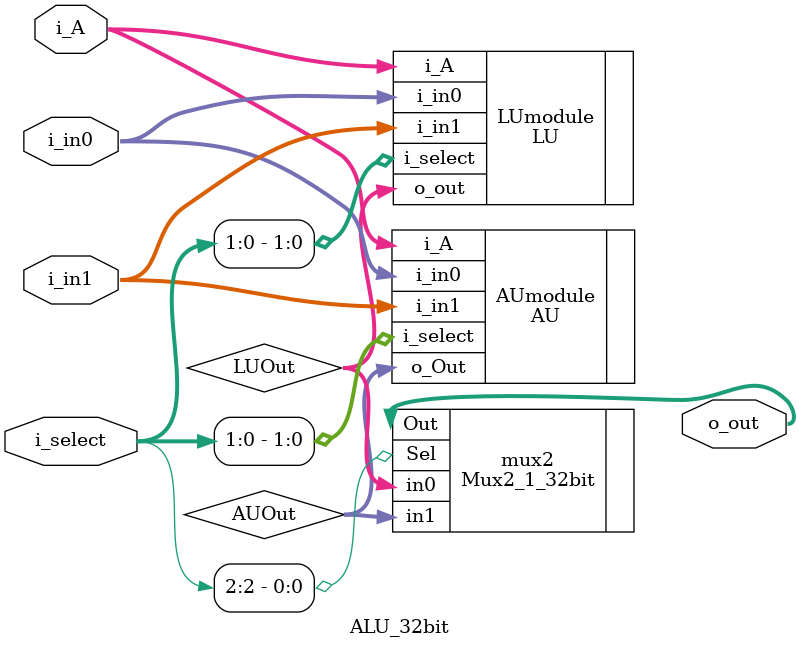
<source format=v>
module ALU_32bit(
  input [31:0] i_in0,
  input [31:0] i_in1,
  input [31:0] i_A,
  input [2:0] i_select,
  output [31:0] o_out
  );
  
wire [31:0] LUOut;
wire [31:0] AUOut;
LU LUmodule(
.i_in0(i_in0),
.i_in1(i_in1),
.i_A(i_A),
.i_select(i_select[1:0]),
.o_out(LUOut)
  );

AU AUmodule(
.i_in0(i_in0),
.i_in1(i_in1),
.i_A(i_A),
.i_select(i_select[1:0]),
.o_Out(AUOut)
);

Mux2_1_32bit mux2(
.in1(AUOut),
.in0(LUOut),
.Sel(i_select[2]),
.Out(o_out)
);
endmodule

</source>
